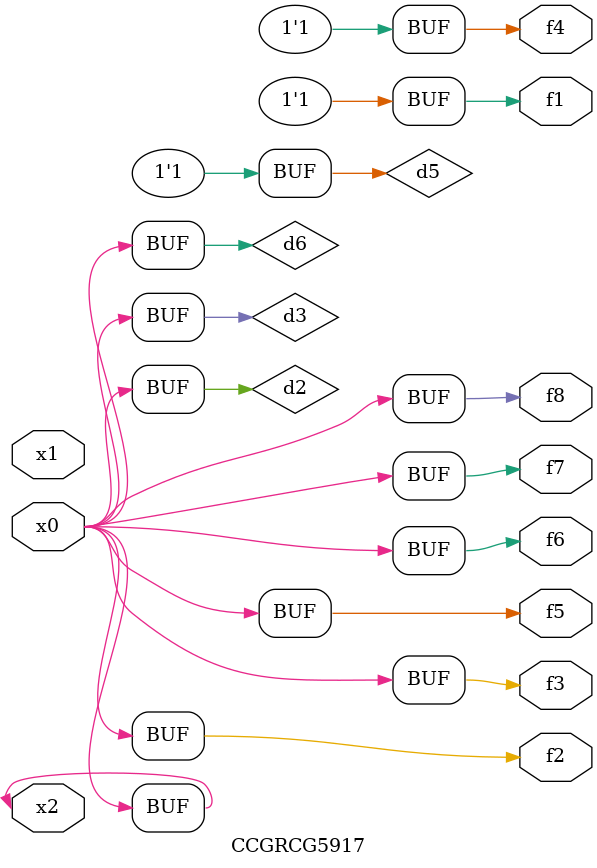
<source format=v>
module CCGRCG5917(
	input x0, x1, x2,
	output f1, f2, f3, f4, f5, f6, f7, f8
);

	wire d1, d2, d3, d4, d5, d6;

	xnor (d1, x2);
	buf (d2, x0, x2);
	and (d3, x0);
	xnor (d4, x1, x2);
	nand (d5, d1, d3);
	buf (d6, d2, d3);
	assign f1 = d5;
	assign f2 = d6;
	assign f3 = d6;
	assign f4 = d5;
	assign f5 = d6;
	assign f6 = d6;
	assign f7 = d6;
	assign f8 = d6;
endmodule

</source>
